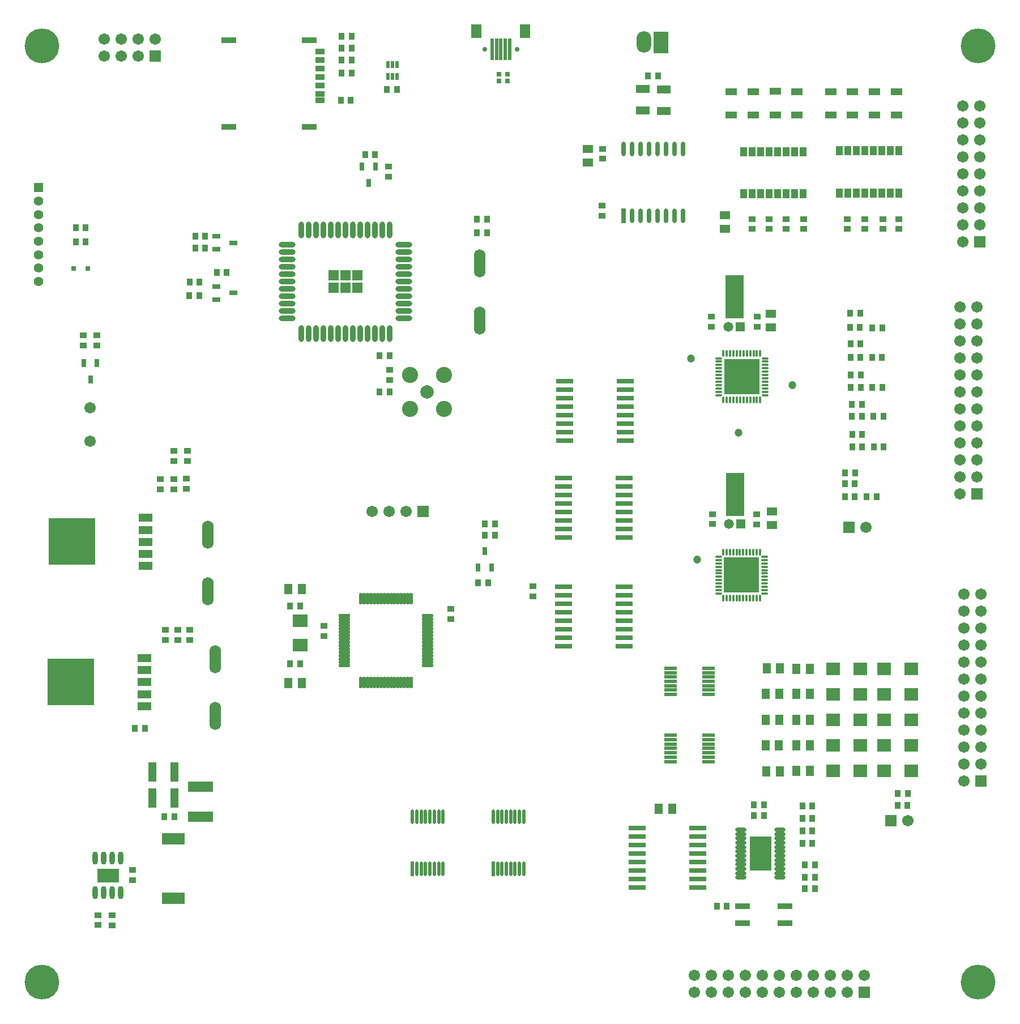
<source format=gts>
G04*
G04 #@! TF.GenerationSoftware,Altium Limited,Altium Designer,23.10.1 (27)*
G04*
G04 Layer_Color=8388736*
%FSLAX25Y25*%
%MOIN*%
G70*
G04*
G04 #@! TF.SameCoordinates,C39A602E-4AF5-4C04-9668-1E5429A84749*
G04*
G04*
G04 #@! TF.FilePolarity,Negative*
G04*
G01*
G75*
%ADD67O,0.03359X0.09855*%
%ADD68R,0.04147X0.03556*%
%ADD69R,0.07887X0.04737*%
%ADD70R,0.05918X0.04737*%
%ADD71R,0.03556X0.04147*%
%ADD72R,0.02769X0.08674*%
%ADD73O,0.02769X0.08674*%
%ADD74O,0.07099X0.01981*%
%ADD75O,0.01981X0.07099*%
%ADD76R,0.08800X0.03800*%
%ADD77O,0.03898X0.01654*%
%ADD78O,0.01654X0.03898*%
%ADD79R,0.10800X0.25800*%
%ADD80R,0.20879X0.20879*%
%ADD81R,0.09900X0.03000*%
%ADD82R,0.04737X0.05918*%
%ADD83R,0.12611X0.20485*%
%ADD84O,0.06509X0.02572*%
%ADD85R,0.07400X0.02200*%
%ADD86R,0.02375X0.12611*%
%ADD87R,0.06706X0.04343*%
%ADD88R,0.04737X0.11430*%
%ADD89O,0.06800X0.16548*%
%ADD90R,0.14580X0.05918*%
%ADD91R,0.13398X0.07099*%
%ADD92R,0.03162X0.03162*%
%ADD93R,0.09068X0.03556*%
%ADD94R,0.05642X0.03359*%
%ADD95C,0.04737*%
%ADD96R,0.02375X0.04147*%
%ADD97R,0.03950X0.05524*%
%ADD98O,0.02060X0.08674*%
%ADD99R,0.02060X0.08674*%
%ADD100R,0.07099X0.01981*%
%ADD101O,0.03162X0.07690*%
%ADD102R,0.12611X0.08280*%
%ADD103R,0.08083X0.04540*%
%ADD104R,0.27572X0.27572*%
%ADD105R,0.08674X0.07493*%
%ADD106R,0.05918X0.05918*%
%ADD107O,0.09855X0.03359*%
%ADD108R,0.02769X0.02769*%
%ADD109R,0.03800X0.04300*%
%ADD110R,0.08083X0.07493*%
%ADD111R,0.03162X0.04737*%
%ADD112R,0.04737X0.03162*%
%ADD113C,0.20485*%
%ADD114R,0.08674X0.12611*%
%ADD115O,0.08674X0.12611*%
%ADD116C,0.06706*%
%ADD117R,0.06706X0.06706*%
%ADD118C,0.02769*%
%ADD119R,0.06115X0.08083*%
%ADD120R,0.06706X0.06706*%
%ADD121C,0.05524*%
%ADD122R,0.05524X0.05524*%
%ADD123C,0.09461*%
%ADD124C,0.07887*%
%ADD125C,0.05800*%
%ADD126R,0.05800X0.05800*%
%ADD127C,0.03162*%
D67*
X194931Y462569D02*
D03*
X164616Y401545D02*
D03*
X168947D02*
D03*
X173277D02*
D03*
X177608D02*
D03*
X181939D02*
D03*
X186269D02*
D03*
X190600D02*
D03*
X194931D02*
D03*
X199261D02*
D03*
X203592D02*
D03*
X207923D02*
D03*
X212253D02*
D03*
X216584D02*
D03*
X164616Y462569D02*
D03*
X168947D02*
D03*
X173277D02*
D03*
X177608D02*
D03*
X181939D02*
D03*
X186269D02*
D03*
X190600D02*
D03*
X199261D02*
D03*
X203592D02*
D03*
X207923D02*
D03*
X212253D02*
D03*
X216584D02*
D03*
D68*
X341590Y476600D02*
D03*
Y470694D02*
D03*
X341990Y504300D02*
D03*
Y510206D02*
D03*
X432900Y411474D02*
D03*
X405900D02*
D03*
X432500Y295106D02*
D03*
X406758Y295206D02*
D03*
X252600Y239300D02*
D03*
Y233395D02*
D03*
X177890Y229406D02*
D03*
Y223500D02*
D03*
X216500Y374151D02*
D03*
Y380057D02*
D03*
X215900Y499805D02*
D03*
Y493900D02*
D03*
X97090Y316000D02*
D03*
Y310094D02*
D03*
X89690Y309794D02*
D03*
Y315700D02*
D03*
X81624Y309894D02*
D03*
Y315800D02*
D03*
X89478Y326561D02*
D03*
Y332467D02*
D03*
X98990Y227106D02*
D03*
Y221200D02*
D03*
X91990D02*
D03*
Y227106D02*
D03*
X84490Y221200D02*
D03*
Y227106D02*
D03*
X65190Y79700D02*
D03*
Y85606D02*
D03*
X53190Y53200D02*
D03*
Y59106D02*
D03*
X44967Y59206D02*
D03*
Y53300D02*
D03*
X36400Y400406D02*
D03*
Y394500D02*
D03*
X406758Y289300D02*
D03*
X432500Y289200D02*
D03*
X432900Y405569D02*
D03*
X405900D02*
D03*
X429890Y468906D02*
D03*
Y463000D02*
D03*
X439790Y468906D02*
D03*
Y463000D02*
D03*
X449990Y468906D02*
D03*
Y463000D02*
D03*
X460190Y468906D02*
D03*
Y463000D02*
D03*
X300790Y246700D02*
D03*
Y252606D02*
D03*
X97600Y326494D02*
D03*
Y332400D02*
D03*
X44400Y394500D02*
D03*
Y400406D02*
D03*
X506890Y463000D02*
D03*
Y468906D02*
D03*
X516390Y463000D02*
D03*
Y468906D02*
D03*
X496390Y463000D02*
D03*
Y468906D02*
D03*
X485890Y463000D02*
D03*
Y468906D02*
D03*
D69*
X365590Y532600D02*
D03*
Y545395D02*
D03*
X377990Y532400D02*
D03*
Y545195D02*
D03*
D70*
X413900Y471000D02*
D03*
Y463126D02*
D03*
X333190Y510100D02*
D03*
Y502226D02*
D03*
X440900Y412943D02*
D03*
X441758Y296674D02*
D03*
X440900Y405068D02*
D03*
X441758Y288800D02*
D03*
D71*
X368690Y553100D02*
D03*
X374595D02*
D03*
X506605Y404800D02*
D03*
X506405Y387300D02*
D03*
X506600Y369600D02*
D03*
X507200Y352600D02*
D03*
X507400Y334900D02*
D03*
X503129Y305300D02*
D03*
X515494Y123800D02*
D03*
X465387Y116067D02*
D03*
Y123400D02*
D03*
X466792Y74900D02*
D03*
Y81400D02*
D03*
Y88900D02*
D03*
X188294Y576335D02*
D03*
X194200D02*
D03*
X98795Y431857D02*
D03*
X104700D02*
D03*
X430981Y124100D02*
D03*
X436887D02*
D03*
X187800Y538835D02*
D03*
X193705D02*
D03*
X493900Y377200D02*
D03*
X487994D02*
D03*
X459481Y123400D02*
D03*
Y116067D02*
D03*
Y108733D02*
D03*
X465387D02*
D03*
X459481Y101400D02*
D03*
X465387D02*
D03*
X460887Y88900D02*
D03*
Y81400D02*
D03*
Y74900D02*
D03*
X409191Y64400D02*
D03*
X415097D02*
D03*
X436887Y117600D02*
D03*
X430981D02*
D03*
X272566Y282774D02*
D03*
X278472D02*
D03*
X268694Y254800D02*
D03*
X274600D02*
D03*
X157900Y241100D02*
D03*
X163805D02*
D03*
X216510Y367057D02*
D03*
X210605D02*
D03*
X216600Y388557D02*
D03*
X210695D02*
D03*
X273953Y468735D02*
D03*
X268047D02*
D03*
X273953Y460735D02*
D03*
X268047D02*
D03*
X114795Y437357D02*
D03*
X120700D02*
D03*
X104605Y423857D02*
D03*
X98700D02*
D03*
X108106Y451857D02*
D03*
X102200D02*
D03*
X108106Y458857D02*
D03*
X102200D02*
D03*
X208037Y506835D02*
D03*
X202132D02*
D03*
X215000Y544935D02*
D03*
X220905D02*
D03*
X72495Y169200D02*
D03*
X66590D02*
D03*
X89800Y117000D02*
D03*
X83894D02*
D03*
X194190Y554835D02*
D03*
X188284D02*
D03*
X194190Y569335D02*
D03*
X188284D02*
D03*
X194190Y562335D02*
D03*
X188284D02*
D03*
X500500Y387300D02*
D03*
X487800Y387400D02*
D03*
X493706D02*
D03*
X487794Y395500D02*
D03*
X493700D02*
D03*
X500695Y369600D02*
D03*
X487994D02*
D03*
X493900D02*
D03*
X501495Y334900D02*
D03*
X488795Y334800D02*
D03*
X494700D02*
D03*
X488795Y342100D02*
D03*
X494700D02*
D03*
X501295Y352600D02*
D03*
X488594D02*
D03*
X494500D02*
D03*
X488594Y359600D02*
D03*
X494500D02*
D03*
X521505Y130900D02*
D03*
X515600D02*
D03*
X521400Y123800D02*
D03*
X164005Y207100D02*
D03*
X158100D02*
D03*
X278677Y289574D02*
D03*
X272772D02*
D03*
X500700Y404800D02*
D03*
X493616Y413400D02*
D03*
X487710D02*
D03*
X493390Y405000D02*
D03*
X487484D02*
D03*
X497224Y305300D02*
D03*
X490429D02*
D03*
X484524D02*
D03*
X490429Y313100D02*
D03*
X484524D02*
D03*
X490539Y319400D02*
D03*
X484634D02*
D03*
D72*
X354190Y470700D02*
D03*
D73*
X359190D02*
D03*
X364190D02*
D03*
X369190D02*
D03*
X374190D02*
D03*
X379190D02*
D03*
X384190D02*
D03*
X389190D02*
D03*
Y510070D02*
D03*
X384190D02*
D03*
X379190D02*
D03*
X374190D02*
D03*
X369190D02*
D03*
X364190D02*
D03*
X359190D02*
D03*
X354190D02*
D03*
D74*
X189890Y205973D02*
D03*
X239102D02*
D03*
Y207941D02*
D03*
Y209910D02*
D03*
Y211878D02*
D03*
Y213846D02*
D03*
Y215815D02*
D03*
Y217783D02*
D03*
Y219752D02*
D03*
Y223689D02*
D03*
Y225658D02*
D03*
Y227626D02*
D03*
Y229594D02*
D03*
X189890Y209910D02*
D03*
Y207941D02*
D03*
Y211878D02*
D03*
X239102Y235500D02*
D03*
Y233532D02*
D03*
Y231563D02*
D03*
Y221721D02*
D03*
X189890Y213846D02*
D03*
Y215815D02*
D03*
Y217783D02*
D03*
Y219752D02*
D03*
Y221721D02*
D03*
Y223689D02*
D03*
Y225658D02*
D03*
Y229594D02*
D03*
Y231563D02*
D03*
Y233532D02*
D03*
Y227626D02*
D03*
D75*
X199732Y196130D02*
D03*
X205638D02*
D03*
X213512D02*
D03*
X215480D02*
D03*
X219417D02*
D03*
X221386D02*
D03*
X223354D02*
D03*
X225323D02*
D03*
X227291Y245343D02*
D03*
X225323D02*
D03*
X217449D02*
D03*
X209575D02*
D03*
X207606Y196130D02*
D03*
X209575D02*
D03*
X211543D02*
D03*
X217449D02*
D03*
X223354Y245343D02*
D03*
X213512D02*
D03*
X199732D02*
D03*
X201701D02*
D03*
X203669D02*
D03*
X205638D02*
D03*
X207606D02*
D03*
X211543D02*
D03*
X215480D02*
D03*
X219417D02*
D03*
X221386D02*
D03*
X229260D02*
D03*
Y196130D02*
D03*
X227291D02*
D03*
X203669D02*
D03*
X201701D02*
D03*
D76*
X449387Y54400D02*
D03*
X449287Y64400D02*
D03*
X424387Y54400D02*
D03*
Y64400D02*
D03*
D77*
X410317Y367210D02*
D03*
Y365242D02*
D03*
Y369179D02*
D03*
X437483Y373116D02*
D03*
X410317Y382958D02*
D03*
Y384927D02*
D03*
Y380990D02*
D03*
Y373116D02*
D03*
Y371147D02*
D03*
X410176Y268158D02*
D03*
Y266190D02*
D03*
Y264221D02*
D03*
Y256347D02*
D03*
Y254379D02*
D03*
X437483Y386895D02*
D03*
Y384927D02*
D03*
Y382958D02*
D03*
Y380990D02*
D03*
Y379021D02*
D03*
Y377053D02*
D03*
Y375084D02*
D03*
Y371147D02*
D03*
Y369179D02*
D03*
Y367210D02*
D03*
Y365242D02*
D03*
X410317Y375084D02*
D03*
Y377053D02*
D03*
Y379021D02*
D03*
Y386895D02*
D03*
X437341Y270127D02*
D03*
Y268158D02*
D03*
Y266190D02*
D03*
Y264221D02*
D03*
Y262253D02*
D03*
Y260284D02*
D03*
Y258316D02*
D03*
Y256347D02*
D03*
Y254379D02*
D03*
Y252410D02*
D03*
Y250442D02*
D03*
Y248473D02*
D03*
X410176D02*
D03*
Y250442D02*
D03*
Y252410D02*
D03*
Y258316D02*
D03*
Y260284D02*
D03*
Y262253D02*
D03*
Y270127D02*
D03*
D78*
X413073Y362486D02*
D03*
X417010D02*
D03*
X415042D02*
D03*
X426853D02*
D03*
Y389651D02*
D03*
X413073D02*
D03*
X422916Y362486D02*
D03*
X420947D02*
D03*
X426711Y272883D02*
D03*
Y245717D02*
D03*
X420806D02*
D03*
X422774D02*
D03*
X412931Y272883D02*
D03*
X434727Y362486D02*
D03*
X432758D02*
D03*
X430790D02*
D03*
X428821D02*
D03*
X424884D02*
D03*
X418979D02*
D03*
X415042Y389651D02*
D03*
X417010D02*
D03*
X418979D02*
D03*
X420947D02*
D03*
X422916D02*
D03*
X424884D02*
D03*
X428821D02*
D03*
X430790D02*
D03*
X432758D02*
D03*
X434727D02*
D03*
X434585Y245717D02*
D03*
X432617D02*
D03*
X430648D02*
D03*
X428680D02*
D03*
X424743D02*
D03*
X418837D02*
D03*
X416868D02*
D03*
X414900D02*
D03*
X412931D02*
D03*
X414900Y272883D02*
D03*
X416868D02*
D03*
X418837D02*
D03*
X420806D02*
D03*
X422774D02*
D03*
X424743D02*
D03*
X428680D02*
D03*
X430648D02*
D03*
X432617D02*
D03*
X434585D02*
D03*
D79*
X419821Y306800D02*
D03*
X419463Y423069D02*
D03*
D80*
X423900Y376068D02*
D03*
X423758Y259300D02*
D03*
D81*
X355190Y373300D02*
D03*
Y343300D02*
D03*
X354690Y281300D02*
D03*
Y247300D02*
D03*
Y311300D02*
D03*
Y217300D02*
D03*
X397987Y75500D02*
D03*
Y105500D02*
D03*
Y110500D02*
D03*
Y100500D02*
D03*
Y95500D02*
D03*
Y90500D02*
D03*
Y85500D02*
D03*
Y80500D02*
D03*
X362387Y75500D02*
D03*
Y80500D02*
D03*
Y85500D02*
D03*
Y90500D02*
D03*
Y95500D02*
D03*
Y100500D02*
D03*
Y105500D02*
D03*
Y110500D02*
D03*
X319090Y316300D02*
D03*
Y311300D02*
D03*
Y306300D02*
D03*
Y301300D02*
D03*
Y296300D02*
D03*
Y291300D02*
D03*
Y286300D02*
D03*
Y281300D02*
D03*
X354690Y286300D02*
D03*
Y291300D02*
D03*
Y296300D02*
D03*
Y301300D02*
D03*
Y306300D02*
D03*
Y316300D02*
D03*
X319090Y252300D02*
D03*
Y247300D02*
D03*
Y242300D02*
D03*
Y237300D02*
D03*
Y232300D02*
D03*
Y227300D02*
D03*
Y222300D02*
D03*
Y217300D02*
D03*
X354690Y222300D02*
D03*
Y227300D02*
D03*
Y232300D02*
D03*
Y237300D02*
D03*
Y242300D02*
D03*
Y252300D02*
D03*
X319590Y338300D02*
D03*
Y343300D02*
D03*
Y348300D02*
D03*
Y353300D02*
D03*
Y358300D02*
D03*
Y363300D02*
D03*
Y368300D02*
D03*
Y373300D02*
D03*
X355190Y368300D02*
D03*
Y363300D02*
D03*
Y358300D02*
D03*
Y353300D02*
D03*
Y348300D02*
D03*
Y338300D02*
D03*
D82*
X438470Y204431D02*
D03*
X438096Y189331D02*
D03*
X437996Y173931D02*
D03*
X437796Y159131D02*
D03*
X438370Y143731D02*
D03*
X446344Y204431D02*
D03*
X157000Y195800D02*
D03*
X164874D02*
D03*
X157000Y251000D02*
D03*
X164874D02*
D03*
X456040Y204250D02*
D03*
X463914D02*
D03*
X445970Y189331D02*
D03*
X455940Y189288D02*
D03*
X463814D02*
D03*
X445870Y173931D02*
D03*
X456040Y174125D02*
D03*
X463914D02*
D03*
X445670Y159131D02*
D03*
X456040Y159063D02*
D03*
X463914D02*
D03*
X446244Y143731D02*
D03*
X456040Y144000D02*
D03*
X463914D02*
D03*
X382974Y121900D02*
D03*
X375100D02*
D03*
D83*
X434887Y95400D02*
D03*
D84*
X423371Y81325D02*
D03*
Y83884D02*
D03*
Y101798D02*
D03*
Y109475D02*
D03*
Y99239D02*
D03*
Y106916D02*
D03*
Y104357D02*
D03*
Y96680D02*
D03*
Y94121D02*
D03*
Y91561D02*
D03*
Y89002D02*
D03*
Y86443D02*
D03*
X446402Y109475D02*
D03*
Y106916D02*
D03*
Y104357D02*
D03*
Y101798D02*
D03*
Y99239D02*
D03*
Y96680D02*
D03*
Y94121D02*
D03*
Y91561D02*
D03*
Y89002D02*
D03*
Y86443D02*
D03*
Y83884D02*
D03*
Y81325D02*
D03*
D85*
X382090Y196767D02*
D03*
Y157267D02*
D03*
X404290Y149590D02*
D03*
Y152149D02*
D03*
Y154708D02*
D03*
Y157267D02*
D03*
Y159826D02*
D03*
Y162385D02*
D03*
Y164944D02*
D03*
X382090Y164944D02*
D03*
Y162385D02*
D03*
Y159826D02*
D03*
Y154708D02*
D03*
Y152149D02*
D03*
Y149590D02*
D03*
X404290Y189090D02*
D03*
Y191649D02*
D03*
Y194208D02*
D03*
Y196767D02*
D03*
Y199326D02*
D03*
Y201885D02*
D03*
Y204444D02*
D03*
X382090Y204444D02*
D03*
Y201885D02*
D03*
Y199326D02*
D03*
Y194208D02*
D03*
Y191649D02*
D03*
Y189090D02*
D03*
D86*
X276904Y568867D02*
D03*
X282022D02*
D03*
X284581D02*
D03*
X287140D02*
D03*
X279463D02*
D03*
D87*
X456200Y543890D02*
D03*
Y530110D02*
D03*
X514800Y543890D02*
D03*
Y530110D02*
D03*
X502000Y543890D02*
D03*
Y530110D02*
D03*
X489000Y543890D02*
D03*
Y530110D02*
D03*
X476200Y543890D02*
D03*
Y530110D02*
D03*
X443500Y543990D02*
D03*
Y530210D02*
D03*
X430500Y543890D02*
D03*
Y530110D02*
D03*
X417500Y543890D02*
D03*
Y530110D02*
D03*
D88*
X76995Y143400D02*
D03*
X89790D02*
D03*
X76995Y128023D02*
D03*
X89790D02*
D03*
D89*
X109690Y283232D02*
D03*
Y249768D02*
D03*
X114100Y176368D02*
D03*
Y209832D02*
D03*
X269600Y442632D02*
D03*
Y409168D02*
D03*
D90*
X105290Y134739D02*
D03*
Y117023D02*
D03*
D91*
X89211Y69082D02*
D03*
Y104121D02*
D03*
D92*
X286000Y554037D02*
D03*
Y550100D02*
D03*
X281000Y554037D02*
D03*
Y550100D02*
D03*
D93*
X121887Y523008D02*
D03*
X169132D02*
D03*
X121887Y574150D02*
D03*
X169132D02*
D03*
D94*
X175490Y547575D02*
D03*
Y552575D02*
D03*
Y557575D02*
D03*
Y562575D02*
D03*
Y567575D02*
D03*
Y542575D02*
D03*
Y538835D02*
D03*
D95*
X397758Y268300D02*
D03*
X421800Y343100D02*
D03*
X394069Y386895D02*
D03*
X453600Y371200D02*
D03*
D96*
X215731Y559876D02*
D03*
X218290Y552593D02*
D03*
X215731D02*
D03*
X218290Y559876D02*
D03*
X220849D02*
D03*
Y552593D02*
D03*
D97*
X459890Y508500D02*
D03*
X454890D02*
D03*
X449890D02*
D03*
X444890D02*
D03*
X439890D02*
D03*
X434890D02*
D03*
X429890D02*
D03*
X424890D02*
D03*
X459890Y483697D02*
D03*
X454890D02*
D03*
X449890D02*
D03*
X444890D02*
D03*
X439890D02*
D03*
X434890D02*
D03*
X429890D02*
D03*
X424890D02*
D03*
X516390Y509000D02*
D03*
X511390D02*
D03*
X506390D02*
D03*
X501390D02*
D03*
X496390D02*
D03*
X491390D02*
D03*
X486390D02*
D03*
X481390D02*
D03*
X516390Y484197D02*
D03*
X511390D02*
D03*
X506390D02*
D03*
X501390D02*
D03*
X496390D02*
D03*
X491390D02*
D03*
X486390D02*
D03*
X481390D02*
D03*
D98*
X295503Y117009D02*
D03*
X292944D02*
D03*
X290385D02*
D03*
X287826D02*
D03*
X280149D02*
D03*
X277590D02*
D03*
X295503Y86300D02*
D03*
X292944D02*
D03*
X290385D02*
D03*
X287826D02*
D03*
X285267D02*
D03*
X282708D02*
D03*
X280149D02*
D03*
X285267Y117009D02*
D03*
X282708D02*
D03*
X248003D02*
D03*
X245444D02*
D03*
X242885D02*
D03*
X240326D02*
D03*
X232649D02*
D03*
X230090D02*
D03*
X248003Y86300D02*
D03*
X245444D02*
D03*
X242885D02*
D03*
X240326D02*
D03*
X237767D02*
D03*
X235208D02*
D03*
X232649D02*
D03*
X237767Y117009D02*
D03*
X235208D02*
D03*
D99*
X277590Y86300D02*
D03*
X230090D02*
D03*
D100*
X189890Y235500D02*
D03*
D101*
X58290Y92759D02*
D03*
X53290D02*
D03*
X48290D02*
D03*
X43290D02*
D03*
X58290Y72287D02*
D03*
X53290D02*
D03*
X48290D02*
D03*
X43290D02*
D03*
D102*
X50790Y82523D02*
D03*
D103*
X72890Y264600D02*
D03*
Y271687D02*
D03*
Y278773D02*
D03*
Y285860D02*
D03*
Y292947D02*
D03*
X72390Y182100D02*
D03*
Y189187D02*
D03*
Y196273D02*
D03*
Y203360D02*
D03*
Y210447D02*
D03*
D104*
X29583Y279053D02*
D03*
X29083Y196553D02*
D03*
D105*
X163890Y217933D02*
D03*
Y232500D02*
D03*
D106*
X183513Y428513D02*
D03*
X190600D02*
D03*
X197687D02*
D03*
X183513Y435600D02*
D03*
X190600D02*
D03*
X197687D02*
D03*
D107*
X224852Y410403D02*
D03*
Y414734D02*
D03*
Y419065D02*
D03*
Y423395D02*
D03*
Y427726D02*
D03*
Y432057D02*
D03*
Y436387D02*
D03*
Y440718D02*
D03*
Y445049D02*
D03*
Y449379D02*
D03*
Y453710D02*
D03*
X156348Y410403D02*
D03*
Y414734D02*
D03*
Y419065D02*
D03*
Y423395D02*
D03*
Y427726D02*
D03*
Y432057D02*
D03*
Y436387D02*
D03*
Y440718D02*
D03*
Y445049D02*
D03*
Y449379D02*
D03*
Y453710D02*
D03*
D108*
X39000Y439890D02*
D03*
X30732D02*
D03*
D109*
X31950Y463800D02*
D03*
X37450D02*
D03*
X37550Y455490D02*
D03*
X32050D02*
D03*
D110*
X493611Y144000D02*
D03*
X477469D02*
D03*
X493611Y159063D02*
D03*
X477469D02*
D03*
X493611Y174125D02*
D03*
X477469D02*
D03*
X493611Y189188D02*
D03*
X477469D02*
D03*
X507469Y204250D02*
D03*
X523611D02*
D03*
Y189188D02*
D03*
X507469D02*
D03*
X523611Y174125D02*
D03*
X507469D02*
D03*
X523611Y159063D02*
D03*
X507469D02*
D03*
X523611Y144000D02*
D03*
X507469D02*
D03*
X477469Y204250D02*
D03*
X493611D02*
D03*
D111*
X268735Y263732D02*
D03*
X272672Y273574D02*
D03*
X276609Y263732D02*
D03*
X200257Y499835D02*
D03*
X204194Y489992D02*
D03*
X208132Y499835D02*
D03*
X44400Y384200D02*
D03*
X40463Y374358D02*
D03*
X36526Y384200D02*
D03*
D112*
X114610Y421383D02*
D03*
X124453Y425320D02*
D03*
X114610Y429257D02*
D03*
X114700Y450983D02*
D03*
X124542Y454920D02*
D03*
X114700Y458857D02*
D03*
D113*
X11811Y570866D02*
D03*
Y19685D02*
D03*
X562992Y570866D02*
D03*
Y19685D02*
D03*
D114*
X376290Y572600D02*
D03*
D115*
X366290Y572994D02*
D03*
D116*
X564100Y475300D02*
D03*
Y485300D02*
D03*
Y465300D02*
D03*
Y515300D02*
D03*
Y525300D02*
D03*
Y495300D02*
D03*
Y505300D02*
D03*
X562300Y357000D02*
D03*
Y327000D02*
D03*
X552300Y407000D02*
D03*
Y397000D02*
D03*
X562300Y387000D02*
D03*
X552300Y357000D02*
D03*
Y327000D02*
D03*
Y387000D02*
D03*
X564500Y148100D02*
D03*
Y158100D02*
D03*
X554500D02*
D03*
X445900Y13600D02*
D03*
X455900D02*
D03*
X521600Y114700D02*
D03*
X496800Y287500D02*
D03*
X552300Y367000D02*
D03*
X562300D02*
D03*
Y377000D02*
D03*
X552300D02*
D03*
X562300Y317000D02*
D03*
Y337000D02*
D03*
Y347000D02*
D03*
X552300Y307000D02*
D03*
Y317000D02*
D03*
Y337000D02*
D03*
Y347000D02*
D03*
X562300Y407000D02*
D03*
Y397000D02*
D03*
Y417000D02*
D03*
X552300D02*
D03*
X495900Y23600D02*
D03*
X485900Y13600D02*
D03*
Y23600D02*
D03*
X475900Y13600D02*
D03*
Y23600D02*
D03*
X465900Y13600D02*
D03*
Y23600D02*
D03*
X455900D02*
D03*
X445900D02*
D03*
X435900Y13600D02*
D03*
Y23600D02*
D03*
X425900Y13600D02*
D03*
Y23600D02*
D03*
X415900Y13600D02*
D03*
Y23600D02*
D03*
X405900Y13600D02*
D03*
Y23600D02*
D03*
X395900Y13600D02*
D03*
Y23600D02*
D03*
X40400Y337990D02*
D03*
Y357675D02*
D03*
X554500Y248100D02*
D03*
X564500D02*
D03*
Y218100D02*
D03*
Y228100D02*
D03*
Y238100D02*
D03*
X554500Y218100D02*
D03*
Y228100D02*
D03*
Y238100D02*
D03*
Y178100D02*
D03*
Y168100D02*
D03*
Y148100D02*
D03*
Y138100D02*
D03*
X564500Y178100D02*
D03*
Y168100D02*
D03*
Y188100D02*
D03*
X554500D02*
D03*
Y208100D02*
D03*
X564500D02*
D03*
Y198100D02*
D03*
X554500D02*
D03*
X554100Y515300D02*
D03*
Y525300D02*
D03*
Y505300D02*
D03*
Y455300D02*
D03*
Y465300D02*
D03*
Y475300D02*
D03*
Y485300D02*
D03*
Y495300D02*
D03*
Y535300D02*
D03*
X564100D02*
D03*
X78700Y574800D02*
D03*
X68700Y564800D02*
D03*
Y574800D02*
D03*
X58700Y564800D02*
D03*
Y574800D02*
D03*
X48700Y564800D02*
D03*
Y574800D02*
D03*
X206400Y296700D02*
D03*
X216400D02*
D03*
X226400D02*
D03*
X50790Y82523D02*
D03*
D117*
X564100Y455300D02*
D03*
X564500Y138100D02*
D03*
X562300Y307000D02*
D03*
D118*
X272475Y568867D02*
D03*
X291569D02*
D03*
D119*
X296294Y579300D02*
D03*
X267750D02*
D03*
D120*
X511600Y114700D02*
D03*
X486800Y287500D02*
D03*
X495900Y13600D02*
D03*
X78700Y564800D02*
D03*
X236400Y296700D02*
D03*
D121*
X9800Y447920D02*
D03*
Y432172D02*
D03*
Y440046D02*
D03*
Y463668D02*
D03*
Y455794D02*
D03*
Y471542D02*
D03*
Y479416D02*
D03*
D122*
Y487290D02*
D03*
D123*
X248710Y357057D02*
D03*
Y377057D02*
D03*
X228710Y357057D02*
D03*
Y377057D02*
D03*
D124*
X238710Y367057D02*
D03*
D125*
X415900Y405569D02*
D03*
X416258Y289300D02*
D03*
D126*
X422900Y405569D02*
D03*
X423258Y289300D02*
D03*
D127*
X431774Y376068D02*
D03*
Y368195D02*
D03*
Y380006D02*
D03*
Y383943D02*
D03*
X427837Y380006D02*
D03*
Y383943D02*
D03*
Y376068D02*
D03*
X431656Y372250D02*
D03*
X427837Y368195D02*
D03*
Y372131D02*
D03*
X423900Y383943D02*
D03*
X419845D02*
D03*
X416026D02*
D03*
X423900Y380006D02*
D03*
X419963D02*
D03*
Y376068D02*
D03*
X416026D02*
D03*
Y380006D02*
D03*
X423900Y372131D02*
D03*
Y368195D02*
D03*
Y376068D02*
D03*
X419963Y372131D02*
D03*
X416026D02*
D03*
X419963Y368313D02*
D03*
X416026Y368195D02*
D03*
X431632Y267174D02*
D03*
Y259300D02*
D03*
Y263237D02*
D03*
X427695D02*
D03*
Y267174D02*
D03*
Y259300D02*
D03*
X431632Y251426D02*
D03*
X431514Y255481D02*
D03*
X427695Y255363D02*
D03*
Y251426D02*
D03*
X423758Y263237D02*
D03*
Y267174D02*
D03*
X419821Y259300D02*
D03*
X419703Y267174D02*
D03*
X419821Y263237D02*
D03*
X423758Y255363D02*
D03*
Y259300D02*
D03*
Y251426D02*
D03*
X419821Y255363D02*
D03*
Y251544D02*
D03*
X415884Y267174D02*
D03*
Y263237D02*
D03*
Y255363D02*
D03*
Y259300D02*
D03*
Y251426D02*
D03*
M02*

</source>
